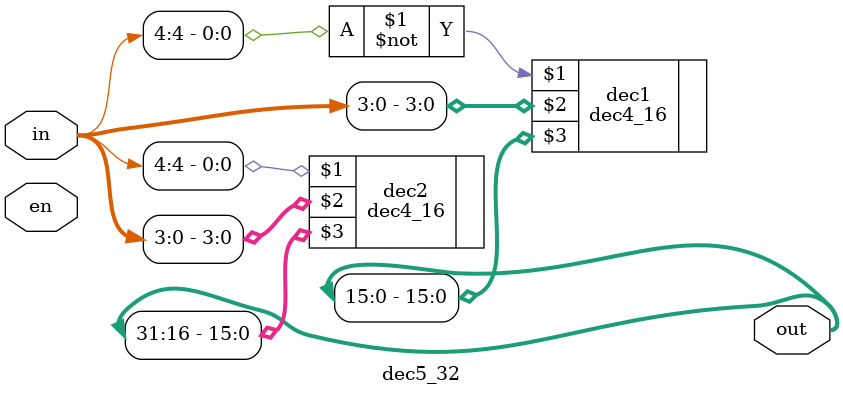
<source format=v>
`timescale 1ns / 1ps
module dec5_32(
    input [4:0] in,
    input en,
    output [31:0] out
    );
	dec4_16 dec1(~in[4],in[3:0],out[15:0]),dec2(in[4],in[3:0],out[31:16]);

endmodule

</source>
